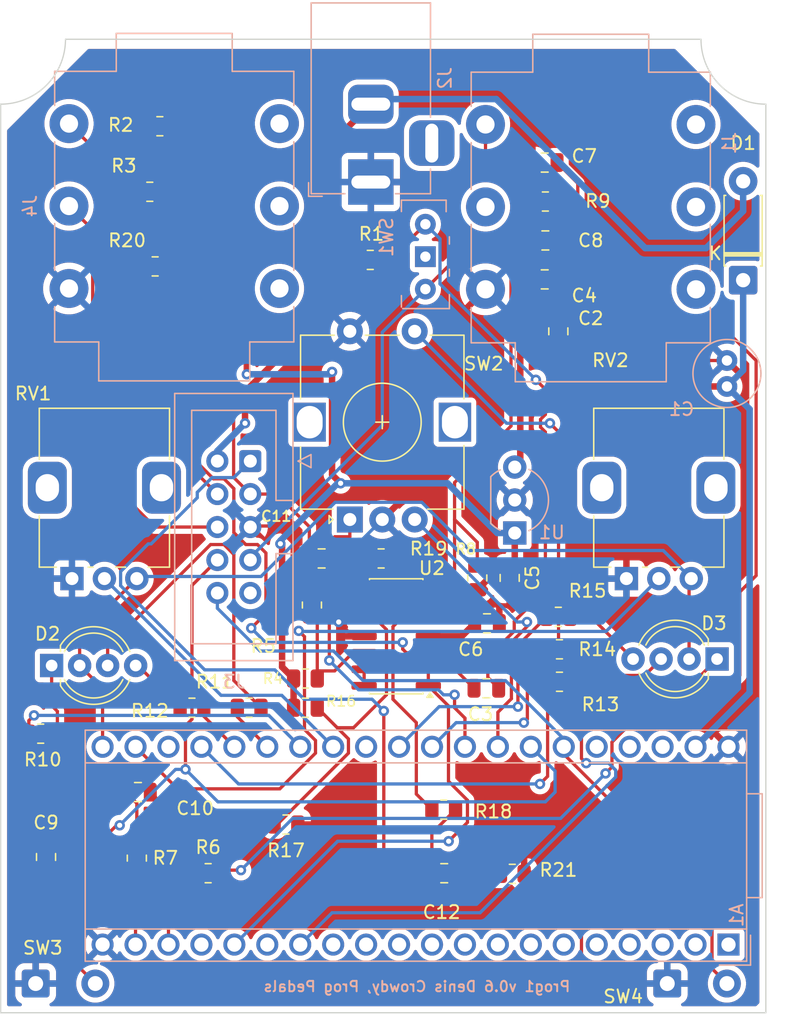
<source format=kicad_pcb>
(kicad_pcb (version 20241229) (generator "pcbnew") (generator_version "9.0")
  (title_block (date "2025-06-09") (rev "0.4"))
  (layers (0 "F.Cu" signal) (2 "B.Cu" signal) (13 "F.Paste" user) (15 "B.Paste" user) (5 "F.SilkS" user "F.Silkscreen") (7 "B.SilkS" user "B.Silkscreen") (1 "F.Mask" user) (3 "B.Mask" user) (25 "Edge.Cuts" user))
  (net 0 "")
  (net 14 "/ENC_CLICK")
  (net 16 "/Left in")
  (net 18 "/Left out")
  (net 19 "/Right out")
  (net 20 "GND")
  (net 21 "/3v3")
  (net 22 "Net-(A1-ADC_0)")
  (net 24 "/LED_2_R")
  (net 25 "/LED_1_B")
  (net 26 "/LED_1_G")
  (net 27 "/LED_1_R")
  (net 28 "Net-(A1-ADC_6)")
  (net 30 "/LED_2_B")
  (net 31 "/LED_2_G")
  (net 32 "/ENC_B")
  (net 33 "/ENC_A")
  (net 34 "/fsw10")
  (net 35 "Net-(SW1-A)")
  (net 39 "/VCC")
  (net 40 "+5V")
  (net 41 "Net-(D3-RK)")
  (net 42 "Net-(D3-GK)")
  (net 43 "Net-(D3-BK)")
  (net 44 "Net-(C10-Pad1)")
  (net 45 "/fsw3")
  (net 46 "/fsw1")
  (net 47 "/fsw2")
  (net 48 "/fsw7")
  (net 49 "/fsw6")
  (net 50 "/fsw4")
  (net 51 "/fsw8")
  (net 52 "/fsw9")
  (net 53 "Net-(U2A-+)")
  (net 54 "Net-(C7-Pad2)")
  (net 55 "Net-(U2B-+)")
  (net 56 "Net-(U2C-+)")
  (net 57 "Net-(C11-Pad1)")
  (net 58 "Net-(C12-Pad1)")
  (net 59 "Net-(U2D-+)")
  (net 60 "Net-(U2B--)")
  (net 61 "Net-(U2C--)")
  (net 62 "Net-(U2D--)")
  (net 63 "Net-(D2-BK)")
  (net 64 "Net-(D2-GK)")
  (net 65 "Net-(D2-RK)")
  (footprint "Diode_THT:D_DO-41_SOD81_P7.62mm_Horizontal" (layer "F.Cu") (at 155.25 53.56 90)
    (property "Reference" "D1")
    (property "Value" "1N5819")
  )
  (footprint "LED_THT:LED_D5.0mm-4_RGB_Wide_Pins" (layer "F.Cu") (at 101.932 83.25)
    (property "Reference" "D2")
    (property "Value" "LED_RAGB")
  )
  (footprint "Resistor_SMD:R_0805_2012Metric" (layer "F.Cu") (at 132.1625 94.35)
    (property "Reference" "R18")
    (property "Value" "100R")
  )
  (footprint "Resistor_SMD:R_0805_2012Metric" (layer "F.Cu") (at 141.0875 82)
    (property "Reference" "R14")
    (property "Value" "1k")
  )
  (footprint "Capacitor_SMD:C_0805_2012Metric" (layer "F.Cu") (at 122.75 75 180)
    (property "Reference" "C11")
    (property "Value" "1u")
  )
  (footprint "Resistor_SMD:R_0805_2012Metric" (layer "F.Cu") (at 109.5 46.75 180)
    (property "Reference" "R3")
    (property "Value" "1M")
  )
  (footprint "Capacitor_SMD:C_0805_2012Metric" (layer "F.Cu") (at 108.5875 93)
    (property "Reference" "C10")
    (property "Value" "1u")
  )
  (footprint "Capacitor_SMD:C_0805_2012Metric" (layer "F.Cu") (at 132.2 99.25)
    (property "Reference" "C12")
    (property "Value" "1u")
  )
  (footprint "Resistor_SMD:R_0805_2012Metric" (layer "F.Cu") (at 137.45 99.3)
    (property "Reference" "R21")
    (property "Value" "100K")
  )
  (footprint "Resistor_SMD:R_0805_2012Metric" (layer "F.Cu") (at 121.5 84.25)
    (property "Reference" "R4")
    (property "Value" "1M")
  )
  (footprint "Resistor_SMD:R_0805_2012Metric" (layer "F.Cu") (at 101.0875 88.5)
    (property "Reference" "R10")
    (property "Value" "1k")
  )
  (footprint "Capacitor_SMD:C_0805_2012Metric" (layer "F.Cu") (at 141 57.5 -90)
    (property "Reference" "C2")
    (property "Value" "100n")
  )
  (footprint "LED_THT:LED_D5.0mm-4_RGB_Wide_Pins" (layer "F.Cu") (at 153.24 82.75 180)
    (property "Reference" "D3")
    (property "Value" "LED_RAGB")
  )
  (footprint "Resistor_SMD:R_0805_2012Metric" (layer "F.Cu") (at 108.5 98.0875 90)
    (property "Reference" "R7")
    (property "Value" "3.3K")
  )
  (footprint "Resistor_SMD:R_0805_2012Metric" (layer "F.Cu") (at 134.75 76.5 90)
    (property "Reference" "R8")
    (property "Value" "1M")
  )
  (footprint "Connector_Wire:SolderWire-0.5sqmm_1x02_P4.6mm_D0.9mm_OD2.1mm" (layer "F.Cu") (at 149.4 107.75)
    (property "Reference" "SW4")
    (property "Value" "SW_Push")
  )
  (footprint "Resistor_SMD:R_0805_2012Metric" (layer "F.Cu") (at 141 79.5)
    (property "Reference" "R15")
    (property "Value" "1k")
  )
  (footprint "Project:Potentiometer_Alps_RK09K_Single_Vertical" (layer "F.Cu") (at 146.25 76.55 90)
    (property "Reference" "RV2")
    (property "Value" "Knob 2")
  )
  (footprint "Resistor_SMD:R_0805_2012Metric" (layer "F.Cu") (at 122 78.5875 90)
    (property "Reference" "R5")
    (property "Value" "1M")
  )
  (footprint "Resistor_SMD:R_0805_2012Metric" (layer "F.Cu") (at 110.275 41.7 180)
    (property "Reference" "R2")
    (property "Value" "1M")
  )
  (footprint "Capacitor_SMD:C_0805_2012Metric" (layer "F.Cu") (at 139.95 44.5)
    (property "Reference" "C7")
    (property "Value" "2.2nF")
  )
  (footprint "Resistor_SMD:R_0805_2012Metric" (layer "F.Cu") (at 140 47.5)
    (property "Reference" "R9")
    (property "Value" "1M")
  )
  (footprint "Project:Potentiometer_Alps_RK09K_Single_Vertical" (layer "F.Cu") (at 103.5 76.55 90)
    (property "Reference" "RV1")
    (property "Value" "Knob 1")
  )
  (footprint "Resistor_SMD:R_0805_2012Metric" (layer "F.Cu") (at 141.0875 84.5)
    (property "Reference" "R13")
    (property "Value" "1k")
  )
  (footprint "Resistor_SMD:R_0805_2012Metric" (layer "F.Cu") (at 117.1625 86.5)
    (property "Reference" "R11")
    (property "Value" "1k")
  )
  (footprint "Capacitor_SMD:C_0805_2012Metric" (layer "F.Cu") (at 135.5 80 180)
    (property "Reference" "C6")
    (property "Value" "100n")
  )
  (footprint "Capacitor_SMD:C_0805_2012Metric" (layer "F.Cu") (at 139.95 53.5 180)
    (property "Reference" "C4")
    (property "Value" "100n")
  )
  (footprint "Project:RotaryEncoder_Alps_EC12E-Switch_Vertical_H20mm" (layer "F.Cu") (at 124.925 72 90)
    (property "Reference" "SW2")
    (property "Value" "RotaryEncoder_Switch")
  )
  (footprint "Capacitor_SMD:C_0805_2012Metric" (layer "F.Cu") (at 101.5 98 90)
    (property "Reference" "C9")
    (property "Value" "2.2nF")
  )
  (footprint "Capacitor_SMD:C_0805_2012Metric" (layer "F.Cu") (at 140 50.5 180)
    (property "Reference" "C8")
    (property "Value" "1u")
  )
  (footprint "Resistor_SMD:R_0805_2012Metric" (layer "F.Cu") (at 126.5 52 180)
    (property "Reference" "R1")
    (property "Value" "1M")
  )
  (footprint "Resistor_SMD:R_0805_2012Metric" (layer "F.Cu") (at 112.75 86.5 180)
    (property "Reference" "R12")
    (property "Value" "1k")
  )
  (footprint "Connector_Wire:SolderWire-0.5sqmm_1x02_P4.6mm_D0.9mm_OD2.1mm" (layer "F.Cu") (at 100.7 107.75)
    (property "Reference" "SW3")
    (property "Value" "SW_Push")
  )
  (footprint "Resistor_SMD:R_0805_2012Metric" (layer "F.Cu") (at 121.5 86.5)
    (property "Reference" "R16")
    (property "Value" "1M")
  )
  (footprint "Resistor_SMD:R_0805_2012Metric" (layer "F.Cu") (at 109.9125 52.5 180)
    (property "Reference" "R20")
    (property "Value" "100K")
  )
  (footprint "Resistor_SMD:R_0805_2012Metric" (layer "F.Cu") (at 127.3375 75 180)
    (property "Reference" "R19")
    (property "Value" "100R")
  )
  (footprint "Resistor_SMD:R_0805_2012Metric" (layer "F.Cu") (at 114 99.25)
    (property "Reference" "R6")
    (property "Value" "3.3K")
  )
  (footprint "Capacitor_SMD:C_0805_2012Metric" (layer "F.Cu") (at 137.25 76.5 90)
    (property "Reference" "C5")
    (property "Value" "100n")
  )
  (footprint "Package_SO:SOIC-14_3.9x8.7mm_P1.27mm" (layer "F.Cu") (at 128.5 81 180)
    (property "Reference" "U2")
    (property "Value" "TL074")
  )
  (footprint "Capacitor_SMD:C_0805_2012Metric" (layer "F.Cu") (at 135.45 85 180)
    (property "Reference" "C3")
    (property "Value" "1u")
  )
  (footprint "Resistor_SMD:R_0805_2012Metric" (layer "F.Cu") (at 120 95.5)
    (property "Reference" "R17")
    (property "Value" "1M")
  )
  (footprint "Project:Jack_6.35mm_Neutrik_NMJ6HCD2_Horizontal" (layer "B.Cu") (at 135.385 41.565 -90)
    (property "Reference" "J1")
    (property "Value" "Guitar in")
  )
  (footprint "Capacitor_THT:C_Radial_D5.0mm_H11.0mm_P2.00mm" (layer "B.Cu") (at 154 61.75 90)
    (property "Reference" "C1")
    (property "Value" "100u")
  )
  (footprint "Project:Jack_6.35mm_Neutrik_NMJ6HCD2_Horizontal" (layer "B.Cu") (at 103.27 41.5 -90)
    (property "Reference" "J4")
    (property "Value" "Guitar out")
  )
  (footprint "Project:Electrosmith_Daisy_Seed" (layer "B.Cu") (at 154.12 104.75 90)
    (property "Reference" "A1")
    (property "Value" "Electrosmith_Daisy_Seed_Rev4")
  )
  (footprint "Connector_IDC:IDC-Header_2x05_P2.54mm_Vertical" (layer "B.Cu") (at 117.25 67.5 180)
    (property "Reference" "J3")
    (property "Value" "Conn_02x05_Odd_Even_MountingPin")
  )
  (footprint "Project:TO-92_Inline_Wide_78L05_dc" (layer "B.Cu") (at 137.64 73.04 90)
    (property "Reference" "U1")
    (property "Value" "L78L05_TO92")
  )
  (footprint "Project:mini_switch_jaycar_SPDT" (layer "B.Cu") (at 132.35 54.25 90)
    (property "Reference" "SW1")
    (property "Value" "SW_Push_SPDT")
  )
  (footprint "Connector_BarrelJack:BarrelJack_Horizontal" (layer "B.Cu") (at 126.5425 46 -90)
    (property "Reference" "J2")
    (property "Value" "Barrel_Jack")
  )
  (gr_line (start 157 40) (end 157 110) (stroke (width 0.1)) (layer "Edge.Cuts"))
  (gr_line (start 103 35) (end 152 35) (stroke (width 0.1)) (layer "Edge.Cuts"))
  (gr_arc (start 157 40) (mid 153.464466 38.535534) (end 152 35) (stroke (width 0.1)) (layer "Edge.Cuts"))
  (gr_arc (start 103 35) (mid 101.535534 38.535534) (end 98 40) (stroke (width 0.1)) (layer "Edge.Cuts"))
  (gr_line (start 98 110) (end 157 110) (stroke (width 0.1)) (layer "Edge.Cuts"))
  (gr_line (start 98 40) (end 98 110) (stroke (width 0.1)) (layer "Edge.Cuts"))
  (gr_text "Prog1 v0.6 Denis Crowdy, Prog Pedals" (at 142 108.45 0) (layer "B.SilkS") (effects (font (size 0.8 0.8)) (justify left bottom mirror)))
  (segment (start 142.7833 90.4062) (end 143.1478 90.7707) (width 0.25) (layer "F.Cu") (net 14))
  (segment (start 141.0152 65.2465) (end 141.0152 86.2708) (width 0.25) (layer "F.Cu") (net 14))
  (segment (start 142.7833 88.0389) (end 142.7833 90.4062) (width 0.25) (layer "F.Cu") (net 14))
  (segment (start 140.3528 64.5841) (end 141.0152 65.2465) (width 0.25) (layer "F.Cu") (net 14))
  (segment (start 141.0152 86.2708) (end 142.7833 88.0389) (width 0.25) (layer "F.Cu") (net 14))
  (via (at 140.3528 64.5841) (size 0.8) (drill 0.4) (layers "F.Cu" "B.Cu") (net 14))
  (via (at 143.1478 90.7707) (size 0.8) (drill 0.4) (layers "F.Cu" "B.Cu") (net 14))
  (segment (start 129.925 57.5) (end 137.0091 64.5841) (width 0.25) (layer "B.Cu") (net 14))
  (segment (start 123.5546 102.2954) (end 121.1 104.75) (width 0.25) (layer "B.Cu") (net 14))
  (segment (start 145.4231 91.316) (end 145.4231 91.8409) (width 0.25) (layer "B.Cu") (net 14))
  (segment (start 144.8778 90.7707) (end 145.4231 91.316) (width 0.25) (layer "B.Cu") (net 14))
  (segment (start 143.1478 90.7707) (end 144.8778 90.7707) (width 0.25) (layer "B.Cu") (net 14))
  (segment (start 134.9686 102.2954) (end 123.5546 102.2954) (width 0.25) (layer "B.Cu") (net 14))
  (segment (start 137.0091 64.5841) (end 140.3528 64.5841) (width 0.25) (layer "B.Cu") (net 14))
  (segment (start 145.4231 91.8409) (end 134.9686 102.2954) (width 0.25) (layer "B.Cu") (net 14))
  (segment (start 132.5446 96.7856) (end 133.9927 95.3375) (width 0.25) (layer "F.Cu") (net 16))
  (segment (start 130.975 83.54) (end 130.975 84.81) (width 0.25) (layer "F.Cu") (net 16))
  (segment (start 132.53 92.1653) (end 132.53 86.365) (width 0.25) (layer "F.Cu") (net 16))
  (segment (start 133.9927 93.628) (end 132.53 92.1653) (width 0.25) (layer "F.Cu") (net 16))
  (segment (start 132.53 86.365) (end 130.975 84.81) (width 0.25) (layer "F.Cu") (net 16))
  (segment (start 133.9927 95.3375) (end 133.9927 93.628) (width 0.25) (layer "F.Cu") (net 16))
  (via (at 132.5446 96.7856) (size 0.8) (drill 0.4) (layers "F.Cu" "B.Cu") (net 16))
  (segment (start 116.02 104.75) (end 123.9844 96.7856) (width 0.25) (layer "B.Cu") (net 16))
  (segment (start 123.9844 96.7856) (end 132.5446 96.7856) (width 0.25) (layer "B.Cu") (net 16))
  (segment (start 110.94 104.75) (end 110.94 101.3975) (width 0.25) (layer "F.Cu") (net 18))
  (segment (start 110.94 101.3975) (end 113.0875 99.25) (width 0.25) (layer "F.Cu") (net 18))
  (segment (start 108.4 104.75) (end 108.4 99.1) (width 0.25) (layer "F.Cu") (net 19))
  (segment (start 108.4 99.1) (end 108.5 99) (width 0.25) (layer "F.Cu") (net 19))
  (segment (start 117.25 72.58) (end 117.25 72.5) (width 0.25) (layer "F.Cu") (net 20))
  (segment (start 119.22782 72.5) (end 120.974 74.24618) (width 0.25) (layer "F.Cu") (net 20))
  (segment (start 117.25 72.5) (end 119.22782 72.5) (width 0.25) (layer "F.Cu") (net 20))
  (segment (start 147.15 59.75) (end 154 59.75) (width 0.25) (layer "F.Cu") (net 20))
  (segment (start 120.974 74.24618) (end 120.974 76.649) (width 0.25) (layer "F.Cu") (net 20))
  (segment (start 144.5 107.75) (end 149.4 107.75) (width 0.25) (layer "F.Cu") (net 20))
  (segment (start 120.974 76.649) (end 122 77.675) (width 0.25) (layer "F.Cu") (net 20))
  (segment (start 124.0654 79.8958) (end 125.1696 81) (width 0.25) (layer "F.Cu") (net 20))
  (segment (start 125.1696 81) (end 126.025 81) (width 0.25) (layer "F.Cu") (net 20))
  (segment (start 140.9 53.5) (end 147.15 59.75) (width 0.25) (layer "F.Cu") (net 20))
  (segment (start 138.3625 99.3) (end 142.784 103.7215) (width 0.25) (layer "F.Cu") (net 20))
  (segment (start 142.784 106.034) (end 144.5 107.75) (width 0.25) (layer "F.Cu") (net 20))
  (segment (start 142.784 103.7215) (end 142.784 106.034) (width 0.25) (layer "F.Cu") (net 20))
  (via (at 124.0654 79.8958) (size 0.8) (drill 0.4) (layers "F.Cu" "B.Cu") (net 20))
  (segment (start 124.0654 75.3596) (end 124.0654 79.8958) (width 0.25) (layer "B.Cu") (net 20))
  (segment (start 127.425 72) (end 124.0654 75.3596) (width 0.25) (layer "B.Cu") (net 20))
  (segment (start 151.081 76.719) (end 151.25 76.55) (width 0.25) (layer "F.Cu") (net 21))
  (segment (start 105.86 85.019) (end 104.091 83.25) (width 0.25) (layer "F.Cu") (net 21))
  (segment (start 104.091 80.959) (end 104.091 83.25) (width 0.25) (layer "F.Cu") (net 21))
  (segment (start 151.081 82.75) (end 151.081 76.719) (width 0.25) (layer "F.Cu") (net 21))
  (segment (start 108.5 76.55) (end 104.091 80.959) (width 0.25) (layer "F.Cu") (net 21))
  (segment (start 105.86 89.51) (end 105.86 85.019) (width 0.25) (layer "F.Cu") (net 21))
  (segment (start 108.66 76.39) (end 108.5 76.55) (width 0.25) (layer "B.Cu") (net 21))
  (segment (start 151.25 76.55) (end 149.0869 74.3869) (width 0.25) (layer "B.Cu") (net 21))
  (segment (start 123.7896 70.6733) (end 118.0729 76.39) (width 0.25) (layer "B.Cu") (net 21))
  (segment (start 130.4747 70.6733) (end 123.7896 70.6733) (width 0.25) (layer "B.Cu") (net 21))
  (segment (start 149.0869 74.3869) (end 134.1883 74.3869) (width 0.25) (layer "B.Cu") (net 21))
  (segment (start 134.1883 74.3869) (end 130.4747 70.6733) (width 0.25) (layer "B.Cu") (net 21))
  (segment (start 118.0729 76.39) (end 108.66 76.39) (width 0.25) (layer "B.Cu") (net 21))
  (segment (start 121.4277 88.1736) (end 121.4277 81.021) (width 0.25) (layer "F.Cu") (net 22))
  (segment (start 121.4278 88.1736) (end 121.4277 88.1736) (width 0.25) (layer "F.Cu") (net 22))
  (segment (start 122.2767 89.9975) (end 122.2767 89.0225) (width 0.25) (layer "F.Cu") (net 22))
  (segment (start 108.4 89.51) (end 111.64 92.75) (width 0.25) (layer "F.Cu") (net 22))
  (segment (start 119.5242 92.75) (end 122.2767 89.9975) (width 0.25) (layer "F.Cu") (net 22))
  (segment (start 121.4277 81.021) (end 120.9843 80.5776) (width 0.25) (layer "F.Cu") (net 22))
  (segment (start 111.64 92.75) (end 119.5242 92.75) (width 0.25) (layer "F.Cu") (net 22))
  (segment (start 122.2767 89.0225) (end 121.4278 88.1736) (width 0.25) (layer "F.Cu") (net 22))
  (via (at 120.9843 80.5776) (size 0.8) (drill 0.4) (layers "F.Cu" "B.Cu") (net 22))
  (segment (start 121.0275 80.6208) (end 144.6792 80.6208) (width 0.25) (layer "B.Cu") (net 22))
  (segment (start 144.6792 80.6208) (end 148.75 76.55) (width 0.25) (layer "B.Cu") (net 22))
  (segment (start 120.9843 80.5776) (end 121.0275 80.6208) (width 0.25) (layer "B.Cu") (net 22))
  (segment (start 139.5843 92.3728) (end 140.175 91.7821) (width 0.25) (layer "F.Cu") (net 24))
  (segment (start 140.175 91.7821) (end 140.175 84.5) (width 0.25) (layer "F.Cu") (net 24))
  (via (at 139.5843 92.3728) (size 0.8) (drill 0.4) (layers "F.Cu" "B.Cu") (net 24))
  (segment (start 113.48 89.51) (end 116.3428 92.3728) (width 0.25) (layer "B.Cu") (net 24))
  (segment (start 116.3428 92.3728) (end 139.5843 92.3728) (width 0.25) (layer "B.Cu") (net 24))
  (segment (start 116.02 89.51) (end 113.6625 87.1525) (width 0.25) (layer "F.Cu") (net 25))
  (segment (start 113.6625 87.1525) (end 113.6625 86.5) (width 0.25) (layer "F.Cu") (net 25))
  (segment (start 116.25 87.2) (end 118.56 89.51) (width 0.25) (layer "F.Cu") (net 26))
  (segment (start 116.25 86.5) (end 116.25 87.2) (width 0.25) (layer "F.Cu") (net 26))
  (segment (start 100.574 87.0921) (end 100.175 87.4911) (width 0.25) (layer "F.Cu") (net 27))
  (segment (start 100.175 87.4911) (end 100.175 88.5) (width 0.25) (layer "F.Cu") (net 27))
  (via (at 100.574 87.0921) (size 0.8) (drill 0.4) (layers "F.Cu" "B.Cu") (net 27))
  (segment (start 100.574 87.0921) (end 118.6821 87.0921) (width 0.25) (layer "B.Cu") (net 27))
  (segment (start 118.6821 87.0921) (end 121.1 89.51) (width 0.25) (layer "B.Cu") (net 27))
  (segment (start 114.9945 85.5445) (end 119.6745 85.5445) (width 0.25) (layer "B.Cu") (net 28))
  (segment (start 106 76.55) (end 114.9945 85.5445) (width 0.25) (layer "B.Cu") (net 28))
  (segment (start 119.6745 85.5445) (end 123.64 89.51) (width 0.25) (layer "B.Cu") (net 28))
  (segment (start 140.087499 79.5) (end 140.0875 79.5) (width 0.25) (layer "F.Cu") (net 30))
  (segment (start 137.8845 86.4173) (end 137.8845 81.702999) (width 0.25) (layer "F.Cu") (net 30))
  (segment (start 137.8845 81.702999) (end 140.087499 79.5) (width 0.25) (layer "F.Cu") (net 30))
  (via (at 137.8845 86.4173) (size 0.8) (drill 0.4) (layers "F.Cu" "B.Cu") (net 30))
  (segment (start 131.8127 86.4173) (end 128.72 89.51) (width 0.25) (layer "B.Cu") (net 30))
  (segment (start 137.8845 86.4173) (end 131.8127 86.4173) (width 0.25) (layer "B.Cu") (net 30))
  (segment (start 138.3403 87.6496) (end 138.6112 87.3787) (width 0.25) (layer "F.Cu") (net 31))
  (segment (start 138.6112 83.5638) (end 140.175 82) (width 0.25) (layer "F.Cu") (net 31))
  (segment (start 138.6112 87.3787) (end 138.6112 83.5638) (width 0.25) (layer "F.Cu") (net 31))
  (via (at 138.3403 87.6496) (size 0.8) (drill 0.4) (layers "F.Cu" "B.Cu") (net 31))
  (segment (start 131.26 89.51) (end 133.1204 87.6496) (width 0.25) (layer "B.Cu") (net 31))
  (segment (start 133.1204 87.6496) (end 138.3403 87.6496) (width 0.25) (layer "B.Cu") (net 31))
  (segment (start 137.3823 85.8068) (end 136.34 86.8491) (width 0.25) (layer "F.Cu") (net 32))
  (segment (start 136.34 86.8491) (end 136.34 89.51) (width 0.25) (layer "F.Cu") (net 32))
  (segment (start 137.3823 81.4504) (end 137.3823 85.8068) (width 0.25) (layer "F.Cu") (net 32))
  (segment (start 138.5834 80.2493) (end 137.3823 81.4504) (width 0.25) (layer "F.Cu") (net 32))
  (segment (start 138.5834 79.8941) (end 138.5834 80.2493) (width 0.25) (layer "F.Cu") (net 32))
  (via (at 138.5834 79.8941) (size 0.8) (drill 0.4) (layers "F.Cu" "B.Cu") (net 32))
  (segment (start 129.925 72) (end 137.8191 79.8941) (width 0.25) (layer "B.Cu") (net 32))
  (segment (start 137.8191 79.8941) (end 138.5834 79.8941) (width 0.25) (layer "B.Cu") (net 32))
  (segment (start 133.8 87.3) (end 133.8 89.51) (width 0.25) (layer "F.Cu") (net 33))
  (segment (start 123.7641 73.3267) (end 122.824 74.2668) (width 0.25) (layer "F.Cu") (net 33))
  (segment (start 123.3404 77.2993) (end 123.3404 82.8583) (width 0.25) (layer "F.Cu") (net 33))
  (segment (start 133 86.5) (end 133 85.5) (width 0.25) (layer "F.Cu") (net 33))
  (segment (start 122.824 74.2668) (end 122.824 76.7829) (width 0.25) (layer "F.Cu") (net 33))
  (segment (start 122.824 76.7829) (end 123.3404 77.2993) (width 0.25) (layer "F.Cu") (net 33))
  (segment (start 133 86.5) (end 133.8 87.3) (width 0.25) (layer "F.Cu") (net 33))
  (segment (start 124.925 73.3267) (end 123.7641 73.3267) (width 0.25) (layer "F.Cu") (net 33))
  (segment (start 124.925 72) (end 124.925 73.3267) (width 0.25) (layer "F.Cu") (net 33))
  (via (at 123.3404 82.8583) (size 0.8) (drill 0.4) (layers "F.Cu" "B.Cu") (net 33))
  (via (at 133 85.5) (size 0.8) (drill 0.4) (layers "F.Cu" "B.Cu") (net 33))
  (segment (start 132.1471 85.5069) (end 131.7602 85.12) (width 0.25) (layer "B.Cu") (net 33))
  (segment (start 125.6021 85.12) (end 123.3404 82.8583) (width 0.25) (layer "B.Cu") (net 33))
  (segment (start 132.1471 85.5069) (end 132.9931 85.5069) (width 0.25) (layer "B.Cu") (net 33))
  (segment (start 132.9931 85.5069) (end 133 85.5) (width 0.25) (layer "B.Cu") (net 33))
  (segment (start 131.7602 85.12) (end 125.6021 85.12) (width 0.25) (layer "B.Cu") (net 33))
  (segment (start 141.42 89.51) (end 141.42 90.0705) (width 0.25) (layer "F.Cu") (net 34))
  (segment (start 152.8501 101.5006) (end 152.8501 106.6001) (width 0.25) (layer "F.Cu") (net 34))
  (segment (start 141.42 90.0705) (end 152.8501 101.5006) (width 0.25) (layer "F.Cu") (net 34))
  (segment (start 152.8501 106.6001) (end 154 107.75) (width 0.25) (layer "F.Cu") (net 34))
  (segment (start 125.946 84.4105) (end 123.6671 82.1316) (width 0.25) (layer "B.Cu") (net 34))
  (segment (start 136.925 84.4105) (end 125.946 84.4105) (width 0.25) (layer "B.Cu") (net 34))
  (segment (start 123.6671 82.1316) (end 118.0067 82.1316) (width 0.25) (layer "B.Cu") (net 34))
  (segment (start 141.42 88.9055) (end 136.925 84.4105) (width 0.25) (layer "B.Cu") (net 34))
  (segment (start 114.71 78.8349) (end 114.71 77.66) (width 0.25) (layer "B.Cu") (net 34))
  (segment (start 118.0067 82.1316) (end 114.71 78.8349) (width 0.25) (layer "B.Cu") (net 34))
  (segment (start 141.42 89.51) (end 141.42 88.9055) (width 0.25) (layer "B.Cu") (net 34))
  (segment (start 135.5658 81.8348) (end 135.5658 84.1658) (width 0.25) (layer "F.Cu") (net 35))
  (segment (start 139.6268 64.28338) (end 139.6268 64.88482) (width 0.25) (layer "F.Cu") (net 35))
  (segment (start 139.2669 61.2381) (end 140 61.9712) (width 0.25) (layer "F.Cu") (net 35))
  (segment (start 140 63.91018) (end 139.6268 64.28338) (width 0.25) (layer "F.Cu") (net 35))
  (segment (start 139.6268 64.88482) (end 140 65.25802) (width 0.25) (layer "F.Cu") (net 35))
  (segment (start 128 52) (end 130.75 49.25) (width 0.25) (layer "F.Cu") (net 35))
  (segment (start 136.9313 81.3187) (end 136.8762 81.3738) (width 0.25) (layer "F.Cu") (net 35))
  (segment (start 140 61.9712) (end 140 63.91018) (width 0.25) (layer "F.Cu") (net 35))
  (segment (start 136.8762 81.3738) (end 136.0268 81.3738) (width 0.25) (layer "F.Cu") (net 35))
  (segment (start 136.0268 81.3738) (end 135.5658 81.8348) (width 0.25) (layer "F.Cu") (net 35))
  (segment (start 127.4125 52) (end 128 52) (width 0.25) (layer "F.Cu") (net 35))
  (segment (start 136.9313 81.26359) (end 136.9313 81.3187) (width 0.25) (layer "F.Cu") (net 35))
  (segment (start 137.59995 80.59494) (end 136.9313 81.26359) (width 0.25) (layer "F.Cu") (net 35))
  (segment (start 130.075 49.25) (end 130.75 49.25) (width 0.25) (layer "F.Cu") (net 35))
  (segment (start 140 65.25802) (end 140 77.4499) (width 0.25) (layer "F.Cu") (net 35))
  (segment (start 135.5658 84.1658) (end 136.4 85) (width 0.25) (layer "F.Cu") (net 35))
  (segment (start 140 77.4499) (end 137.59995 79.84995) (width 0.25) (layer "F.Cu") (net 35))
  (segment (start 137.59995 79.84995) (end 137.59995 80.59494) (width 0.25) (layer "F.Cu") (net 35))
  (via (at 139.2669 61.2381) (size 0.8) (drill 0.4) (layers "F.Cu" "B.Cu") (net 35))
  (segment (start 130.75 49.25) (end 131.8767 50.3767) (width 0.25) (layer "B.Cu") (net 35))
  (segment (start 131.8767 53.8479) (end 139.2669 61.2381) (width 0.25) (layer "B.Cu") (net 35))
  (segment (start 131.8767 50.3767) (end 131.8767 53.8479) (width 0.25) (layer "B.Cu") (net 35))
  (segment (start 144.25 61.75) (end 154 61.75) (width 0.5) (layer "F.Cu") (net 39))
  (segment (start 138.065 67.535) (end 138.065 58.95) (width 0.5) (layer "F.Cu") (net 39))
  (segment (start 137.64 67.96) (end 138.065 67.535) (width 0.5) (layer "F.Cu") (net 39))
  (segment (start 138.065 54.435) (end 139 53.5) (width 0.5) (layer "F.Cu") (net 39))
  (segment (start 139.015 58.45) (end 138.065 57.5) (width 0.5) (layer "F.Cu") (net 39))
  (segment (start 138.065 58.95) (end 138.065 57.5) (width 0.5) (layer "F.Cu") (net 39))
  (segment (start 141 58.45) (end 141 58.5) (width 0.5) (layer "F.Cu") (net 39))
  (segment (start 138.065 57.5) (end 138.065 54.435) (width 0.5) (layer "F.Cu") (net 39))
  (segment (start 141 58.45) (end 139.015 58.45) (width 0.5) (layer "F.Cu") (net 39))
  (segment (start 141 58.5) (end 144.25 61.75) (width 0.5) (layer "F.Cu") (net 39))
  (segment (start 155.75 63.5) (end 155.75 85.34) (width 0.5) (layer "B.Cu") (net 39))
  (segment (start 155.25 60.5) (end 154 61.75) (width 0.5) (layer "B.Cu") (net 39))
  (segment (start 154 61.75) (end 155.75 63.5) (width 0.5) (layer "B.Cu") (net 39))
  (segment (start 155.25 53.56) (end 155.25 60.5) (width 0.5) (layer "B.Cu") (net 39))
  (segment (start 155.75 85.34) (end 151.58 89.51) (width 0.5) (layer "B.Cu") (net 39))
  (segment (start 137.64 73.04) (end 137.71 73.04) (width 0.5) (layer "F.Cu") (net 40))
  (segment (start 120.5875 84.25) (end 120.5875 86.5) (width 0.5) (layer "F.Cu") (net 40))
  (segment (start 134.5 77.5) (end 134.55 77.55) (width 0.5) (layer "F.Cu") (net 40))
  (segment (start 133.55 81) (end 130.975 81) (width 0.5) (layer "F.Cu") (net 40))
  (segment (start 134.55 77.55) (end 134.55 80) (width 0.5) (layer "F.Cu") (net 40))
  (segment (start 119.7011 74) (end 119.7011 83.3636) (width 0.5) (layer "F.Cu") (net 40))
  (segment (start 134.75 77.4125) (end 134.5875 77.4125) (width 0.5) (layer "F.Cu") (net 40))
  (segment (start 137.64 75.16) (end 137.25 75.55) (width 0.5) (layer "F.Cu") (net 40))
  (segment (start 111.1875 41.7) (end 116.9829 47.4954) (width 0.5) (layer "F.Cu") (net 40))
  (segment (start 116.9829 47.4954) (end 116.9829 60.8114) (width 0.5) (layer "F.Cu") (net 40))
  (segment (start 134.55 80) (end 133.55 81) (width 0.5) (layer "F.Cu") (net 40))
  (segment (start 137.25 75.55) (end 136.6125 75.55) (width 0.5) (layer "F.Cu") (net 40))
  (segment (start 123.5536 68.5477) (end 124.214 69.2081) (width 0.5) (layer "F.Cu") (net 40))
  (segment (start 137.71 73.04) (end 137.75 73) (width 0.5) (layer "F.Cu") (net 40))
  (segment (start 137.64 73.04) (end 137.64 75.16) (width 0.5) (layer "F.Cu") (net 40))
  (segment (start 134.5875 77.4125) (end 134.5 77.5) (width 0.5) (layer "F.Cu") (net 40))
  (segment (start 123.5536 60.6262) (end 123.5536 68.5477) (width 0.5) (layer "F.Cu") (net 40))
  (segment (start 119.7011 83.3636) (end 120.5875 84.25) (width 0.5) (layer "F.Cu") (net 40))
  (segment (start 135.3375 77.4125) (end 134.75 77.4125) (width 0.5) (layer "F.Cu") (net 40))
  (segment (start 119.569347 73.868247) (end 119.7011 74) (width 0.5) (layer "F.Cu") (net 40))
  (segment (start 136.6125 75.55) (end 134.75 77.4125) (width 0.5) (layer "F.Cu") (net 40))
  (via (at 124.214 69.2081) (size 0.8) (drill 0.4) (layers "F.Cu" "B.Cu") (net 40))
  (via (at 123.5536 60.6262) (size 0.8) (drill 0.4) (layers "F.Cu" "B.Cu") (net 40))
  (via (at 116.9829 60.8114) (size 0.8) (drill 0.4) (layers "F.Cu" "B.Cu") (net 40))
  (via (at 119.569347 73.868247) (size 0.8) (drill 0.4) (layers "F.Cu" "B.Cu") (net 40))
  (segment (start 123.991 69.2081) (end 124.214 69.2081) (width 0.5) (layer "B.Cu") (net 40))
  (segment (start 119.569347 73.629753) (end 123.991 69.2081) (width 0.5) (layer "B.Cu") (net 40))
  (segment (start 124.214 69.2081) (end 132.4564 69.2081) (width 0.5) (layer "B.Cu") (net 40))
  (segment (start 123.3684 60.8114) (end 123.5536 60.6262) (width 0.5) (layer "B.Cu") (net 40))
  (segment (start 132.4564 69.2081) (end 136.2883 73.04) (width 0.5) (layer "B.Cu") (net 40))
  (segment (start 116.9829 60.8114) (end 123.3684 60.8114) (width 0.5) (layer "B.Cu") (net 40))
  (segment (start 137.64 73.04) (end 136.2883 73.04) (width 0.5) (layer "B.Cu") (net 40))
  (segment (start 119.569347 73.868247) (end 119.569347 73.629753) (width 0.5) (layer "B.Cu") (net 40))
  (segment (start 142 84.5) (end 142.37 84.87) (width 0.25) (layer "F.Cu") (net 41))
  (segment (start 151.12 84.87) (end 153.24 82.75) (width 0.25) (layer "F.Cu") (net 41))
  (segment (start 142.5 85) (end 142 84.5) (width 0.25) (layer "F.Cu") (net 41))
  (segment (start 142.37 84.87) (end 151.12 84.87) (width 0.25) (layer "F.Cu") (net 41))
  (segment (start 142 82) (end 144.0125 84.0125) (width 0.25) (layer "F.Cu") (net 42))
  (segment (start 144.0125 84.0125) (end 147.6595 84.0125) (width 0.25) (layer "F.Cu") (net 42))
  (segment (start 147.6595 84.0125) (end 148.922 82.75) (width 0.25) (layer "F.Cu") (net 42))
  (segment (start 143.513 79.5) (end 146.763 82.75) (width 0.25) (layer "F.Cu") (net 43))
  (segment (start 141.9125 79.5) (end 143.513 79.5) (width 0.25) (layer "F.Cu") (net 43))
  (segment (start 107.6375 93) (end 108.5 93.8625) (width 0.25) (layer "F.Cu") (net 44))
  (segment (start 103.5875 97.05) (end 107.6375 93) (width 0.25) (layer "F.Cu") (net 44))
  (segment (start 101.5 97.05) (end 103.5875 97.05) (width 0.25) (layer "F.Cu") (net 44))
  (segment (start 108.5 93.8625) (end 108.5 97.175) (width 0.25) (layer "F.Cu") (net 44))
  (segment (start 115.9656 68.7556) (end 115.9656 57.6406) (width 0.25) (layer "F.Cu") (net 45))
  (segment (start 117.25 70.04) (end 115.9656 68.7556) (width 0.25) (layer "F.Cu") (net 45))
  (segment (start 121.8 72.55) (end 119.29 70.04) (width 0.25) (layer "F.Cu") (net 45))
  (segment (start 119.29 70.04) (end 117.25 70.04) (width 0.25) (layer "F.Cu") (net 45))
  (segment (start 121.8 75) (end 121.8 72.55) (width 0.25) (layer "F.Cu") (net 45))
  (segment (start 115.9656 57.6406) (end 110.825 52.5) (width 0.25) (layer "F.Cu") (net 45))
  (segment (start 130.5 100.75) (end 131.65 100.75) (width 0.25) (layer "F.Cu") (net 46))
  (segment (start 136.5375 99.3) (end 136.4875 99.25) (width 0.25) (layer "F.Cu") (net 46))
  (segment (start 136.4875 99.25) (end 133.15 99.25) (width 0.25) (layer "F.Cu") (net 46))
  (segment (start 127.5433 97.7933) (end 130.5 100.75) (width 0.25) (layer "F.Cu") (net 46))
  (segment (start 127.5433 86.75) (end 127.5433 97.7933) (width 0.25) (layer "F.Cu") (net 46))
  (segment (start 131.65 100.75) (end 133.15 99.25) (width 0.25) (layer "F.Cu") (net 46))
  (via (at 127.5433 86.75) (size 0.8) (drill 0.4) (layers "F.Cu" "B.Cu") (net 46))
  (segment (start 121.4036 85.8467) (end 119.1404 83.5835) (width 0.25) (layer "B.Cu") (net 46))
  (segment (start 126.64 85.8467) (end 121.4036 85.8467) (width 0.25) (layer "B.Cu") (net 46))
  (segment (start 113.1597 69.9053) (end 114.295 68.77) (width 0.25) (layer "B.Cu") (net 46))
  (segment (start 107.25 76.0042) (end 109.3769 73.8773) (width 0.25) (layer "B.Cu") (net 46))
  (segment (start 107.25 77.0979) (end 107.25 76.0042) (width 0.25) (layer "B.Cu") (net 46))
  (segment (start 127.5433 86.75) (end 126.64 85.8467) (width 0.25) (layer "B.Cu") (net 46))
  (segment (start 119.1404 83.5835) (end 113.7356 83.5835) (width 0.25) (layer "B.Cu") (net 46))
  (segment (start 115.98 68.77) (end 117.25 67.5) (width 0.25) (layer "B.Cu") (net 46))
  (segment (start 113.1597 70.3225) (end 113.1597 69.9053) (width 0.25) (layer "B.Cu") (net 46))
  (segment (start 109.6049 73.8773) (end 113.1597 70.3225) (width 0.25) (layer "B.Cu") (net 46))
  (segment (start 113.7356 83.5835) (end 107.25 77.0979) (width 0.25) (layer "B.Cu") (net 46))
  (segment (start 109.3769 73.8773) (end 109.6049 73.8773) (width 0.25) (layer "B.Cu") (net 46))
  (segment (start 114.295 68.77) (end 115.98 68.77) (width 0.25) (layer "B.Cu") (net 46))
  (segment (start 123.4748 55.524) (end 123.4748 43.0677) (width 0.5) (layer "F.Cu") (net 47))
  (segment (start 116.8426 62.1562) (end 123.4748 55.524) (width 0.5) (layer "F.Cu") (net 47))
  (segment (start 123.4748 43.0677) (end 126.5425 40) (width 0.5) (layer "F.Cu") (net 47))
  (segment (start 116.8426 64.5841) (end 116.8426 62.1562) (width 0.5) (layer "F.Cu") (net 47))
  (via (at 116.8426 64.5841) (size 0.8) (drill 0.4) (layers "F.Cu" "B.Cu") (net 47))
  (segment (start 116.8426 64.5841) (end 114.71 66.7167) (width 0.5) (layer "B.Cu") (net 47))
  (segment (start 152.4 51.09) (end 155.25 48.24) (width 0.5) (layer "B.Cu") (net 47))
  (segment (start 126.5425 40) (end 126.9336 39.6089) (width 0.5) (layer "B.Cu") (net 47))
  (segment (start 126.9336 39.6089) (end 136.2142 39.6089) (width 0.5) (layer "B.Cu") (net 47))
  (segment (start 155.25 48.24) (end 155.25 45.94) (width 0.5) (layer "B.Cu") (net 47))
  (segment (start 136.2142 39.6089) (end 147.6953 51.09) (width 0.5) (layer "B.Cu") (net 47))
  (segment (start 114.71 66.7167) (end 114.71 67.5) (width 0.5) (layer "B.Cu") (net 47))
  (segment (start 147.6953 51.09) (end 152.4 51.09) (width 0.5) (layer "B.Cu") (net 47))
  (segment (start 135.385 44.0258) (end 135.385 41.565) (width 0.25) (layer "F.Cu") (net 48))
  (segment (start 133.321 51.679) (end 133.321 46.0898) (width 0.25) (layer "F.Cu") (net 48))
  (segment (start 130.75 54.25) (end 133.321 51.679) (width 0.25) (layer "F.Cu") (net 48))
  (segment (start 133.321 46.0898) (end 135.385 44.0258) (width 0.25) (layer "F.Cu") (net 48))
  (segment (start 130.75 54.25) (end 127.4251 57.5749) (width 0.25) (layer "B.Cu") (net 48))
  (segment (start 127.4251 57.5749) (end 127.4251 64.7464) (width 0.25) (layer "B.Cu") (net 48))
  (segment (start 117.25 74.9215) (end 117.25 75.12) (width 0.25) (layer "B.Cu") (net 48))
  (segment (start 127.4251 64.7464) (end 117.25 74.9215) (width 0.25) (layer "B.Cu") (net 48))
  (segment (start 103.27 47.85) (end 105.0967 49.6767) (width 0.25) (layer "F.Cu") (net 49))
  (segment (start 109.8927 72.58) (end 114.71 72.58) (width 0.25) (layer "F.Cu") (net 49))
  (segment (start 105.0967 49.6767) (end 105.0967 67.784) (width 0.25) (layer "F.Cu") (net 49))
  (segment (start 105.0967 67.784) (end 109.8927 72.58) (width 0.25) (layer "F.Cu") (net 49))
  (segment (start 106.25 61.58) (end 114.71 70.04) (width 0.25) (layer "F.Cu") (net 50))
  (segment (start 103.27 41.5) (end 106.25 44.48) (width 0.25) (layer "F.Cu") (net 50))
  (segment (start 106.25 44.48) (end 106.25 61.58) (width 0.25) (layer "F.Cu") (net 50))
  (segment (start 112.7515 77.0785) (end 114.71 75.12) (width 0.25) (layer "F.Cu") (net 51))
  (segment (start 103.5 99) (end 103.5 105.95) (width 0.25) (layer "F.Cu") (net 51))
  (segment (start 107.1783 95.559) (end 107.059 95.559) (width 0.25) (layer "F.Cu") (net 51))
  (segment (start 107.059 95.559) (end 107 95.5) (width 0.25) (layer "F.Cu") (net 51))
  (segment (start 112.7515 87.389) (end 112.7515 77.0785) (width 0.25) (layer "F.Cu") (net 51))
  (segment (start 112.25 87.8905) (end 112.7515 87.389) (width 0.25) (layer "F.Cu") (net 51))
  (segment (start 112.25 91.25) (end 112.25 87.8905) (width 0.25) (layer "F.Cu") (net 51))
  (segment (start 103.5 105.95) (end 105.3 107.75) (width 0.25) (layer "F.Cu") (net 51))
  (segment (start 107 95.5) (end 103.5 99) (width 0.25) (layer "F.Cu") (net 51))
  (via (at 112.25 91.25) (size 0.8) (drill 0.4) (layers "F.Cu" "B.Cu") (net 51))
  (via (at 107.1783 95.559) (size 0.8) (drill 0.4) (layers "F.Cu" "B.Cu") (net 51))
  (segment (start 112.25 91.25) (end 111.4873 91.25) (width 0.25) (layer "B.Cu") (net 51))
  (segment (start 140.75 91.38) (end 140.75 93) (width 0.25) (layer "B.Cu") (net 51))
  (segment (start 140 93.75) (end 114.75 93.75) (width 0.25) (layer "B.Cu") (net 51))
  (segment (start 114.75 93.75) (end 112.25 91.25) (width 0.25) (layer "B.Cu") (net 51))
  (segment (start 111.4873 91.25) (end 107.1783 95.559) (width 0.25) (layer "B.Cu") (net 51))
  (segment (start 138.88 89.51) (end 140.75 91.38) (width 0.25) (layer "B.Cu") (net 51))
  (segment (start 140.75 93) (end 140 93.75) (width 0.25) (layer "B.Cu") (net 51))
  (segment (start 129 81.987) (end 129.283 82.27) (width 0.25) (layer "F.Cu") (net 53))
  (segment (start 116.9023 73.9293) (end 117.8042 73.9293) (width 0.25) (layer "F.Cu") (net 53))
  (segment (start 110.4125 49.2103) (end 109.9125 49.7103) (width 0.25) (layer "F.Cu") (net 53))
  (segment (start 115.9801 73.0071) (end 116.9023 73.9293) (width 0.25) (layer "F.Cu") (net 53))
  (segment (start 110.4125 43.4125) (end 110.4125 46.75) (width 0.25) (layer "F.Cu") (net 53))
  (segment (start 114.4071 68.8633) (end 115.2218 68.8633) (width 0.25) (layer "F.Cu") (net 53))
  (segment (start 131.455 82.75) (end 130.975 82.27) (width 0.25) (layer "F.Cu") (net 53))
  (segment (start 129 81.466) (end 129 81.987) (width 0.25) (layer "F.Cu") (net 53))
  (segment (start 115.2218 68.8633) (end 115.9801 69.6216) (width 0.25) (layer "F.Cu") (net 53))
  (segment (start 117.8042 73.9293) (end 118.4549 74.58) (width 0.25) (layer "F.Cu") (net 53))
  (segment (start 109.3625 41.7) (end 109.3625 42.3625) (width 0.25) (layer "F.Cu") (net 53))
  (segment (start 118.4549 79.2376) (end 117.3226 80.3699) (width 0.25) (layer "F.Cu") (net 53))
  (segment (start 110 46.3375) (end 110.4125 46.75) (width 0.25) (layer "F.Cu") (net 53))
  (segment (start 109.9125 49.7103) (end 109.9125 64.3687) (width 0.25) (layer "F.Cu") (net 53))
  (segment (start 129.283 82.27) (end 130.975 82.27) (width 0.25) (layer "F.Cu") (net 53))
  (segment (start 109.9125 64.3687) (end 114.4071 68.8633) (width 0.25) (layer "F.Cu") (net 53))
  (segment (start 132.25 82.75) (end 131.455 82.75) (width 0.25) (layer "F.Cu") (net 53))
  (segment (start 118.4549 74.58) (end 118.4549 79.2376) (width 0.25) (layer "F.Cu") (net 53))
  (segment (start 115.9801 69.6216) (end 115.9801 73.0071) (width 0.25) (layer "F.Cu") (net 53))
  (segment (start 109.3625 42.3625) (end 110.4125 43.4125) (width 0.25) (layer "F.Cu") (net 53))
  (segment (start 110.4125 46.75) (end 110.4125 49.2103) (width 0.25) (layer "F.Cu") (net 53))
  (segment (start 134.5 85) (end 132.25 82.75) (width 0.25) (layer "F.Cu") (net 53))
  (via (at 129 81.466) (size 0.8) (drill 0.4) (layers "F.Cu" "B.Cu") (net 53))
  (via (at 117.3226 80.3699) (size 0.8) (drill 0.4) (layers "F.Cu" "B.Cu") (net 53))
  (segment (start 118.4187 81.466) (end 117.3226 80.3699) (width 0.25) (layer "B.Cu") (net 53))
  (segment (start 129 81.466) (end 118.4187 81.466) (width 0.25) (layer "B.Cu") (net 53))
  (segment (start 140.9 44.5) (end 142.5 46.1) (width 0.25) (layer "F.Cu") (net 54))
  (segment (start 115.1475 99.015) (end 114.9125 99.25) (width 0.25) (layer "F.Cu") (net 54))
  (segment (start 153.25 85.75) (end 148.5366 85.75) (width 0.25) (layer "F.Cu") (net 54))
  (segment (start 156.25 59.75) (end 156.25 76.3223) (width 0.25) (layer "F.Cu") (net 54))
  (segment (start 140.95 50.5) (end 141.5 50.5) (width 0.25) (layer "F.Cu") (net 54))
  (segment (start 147.75 56.75) (end 153.25 56.75) (width 0.25) (layer "F.Cu") (net 54))
  (segment (start 148.5366 85.75) (end 145.1367 89.1499) (width 0.25) (layer "F.Cu") (net 54))
  (segment (start 141.5 50.5) (end 147.75 56.75) (width 0.25) (layer "F.Cu") (net 54))
  (segment (start 142.5 46.1) (end 142.5 48.95) (width 0.25) (layer "F.Cu") (net 54))
  (segment (start 155 84) (end 153.25 85.75) (width 0.25) (layer "F.Cu") (net 54))
  (segment (start 116.5298 99.015) (end 115.1475 99.015) (width 0.25) (layer "F.Cu") (net 54))
  (segment (start 156.25 76.3223) (end 155 77.5723) (width 0.25) (layer "F.Cu") (net 54))
  (segment (start 142.5 48.95) (end 140.95 50.5) (width 0.25) (layer "F.Cu") (net 54))
  (segment (start 145.1367 91.0659) (end 144.6408 91.5618) (width 0.25) (layer "F.Cu") (net 54))
  (segment (start 153.25 56.75) (end 156.25 59.75) (width 0.25) (layer "F.Cu") (net 54))
  (segment (start 145.1367 89.1499) (end 145.1367 91.0659) (width 0.25) (layer "F.Cu") (net 54))
  (segment (start 155 77.5723) (end 155 84) (width 0.25) (layer "F.Cu") (net 54))
  (via (at 144.6408 91.5618) (size 0.8) (drill 0.4) (layers "F.Cu" "B.Cu") (net 54))
  (via (at 116.5298 99.015) (size 0.8) (drill 0.4) (layers "F.Cu" "B.Cu") (net 54))
  (segment (start 144.6408 91.5618) (end 141.1753 95.0273) (width 0.25) (layer "B.Cu") (net 54))
  (segment (start 141.1753 95.0273) (end 120.5175 95.0273) (width 0.25) (layer "B.Cu") (net 54))
  (segment (start 120.5175 95.0273) (end 116.5298 99.015) (width 0.25) (layer "B.Cu") (net 54))
  (segment (start 137.35 64.7991) (end 137.35 52.2) (width 0.25) (layer "F.Cu") (net 55))
  (segment (start 133 69.1491) (end 137.35 64.7991) (width 0.25) (layer "F.Cu") (net 55))
  (segment (start 139.05 50.5) (end 139.05 47.5375) (width 0.25) (layer "F.Cu") (net 55))
  (segment (start 134.75 75.5875) (end 134.75 73.75) (width 0.25) (layer "F.Cu") (net 55))
  (segment (start 137.35 52.2) (end 139.05 50.5) (width 0.25) (layer "F.Cu") (net 55))
  (segment (start 134.75 73.75) (end 133 72) (width 0.25) (layer "F.Cu") (net 55))
  (segment (start 130.975 79.73) (end 132.02 79.73) (width 0.25) (layer "F.Cu") (net 55))
  (segment (start 133 78.75) (end 133 72) (width 0.25) (layer "F.Cu") (net 55))
  (segment (start 132.02 79.73) (end 133 78.75) (width 0.25) (layer "F.Cu") (net 55))
  (segment (start 139.05 47.5375) (end 139.0875 47.5) (width 0.25) (layer "F.Cu") (net 55))
  (segment (start 133 72) (end 133 69.1491) (width 0.25) (layer "F.Cu") (net 55))
  (segment (start 126.025 79.73) (end 126.999999 79.73) (width 0.25) (layer "F.Cu") (net 56))
  (segment (start 124.8167 88.9042) (end 123.9527 88.0402) (width 0.25) (layer "F.Cu") (net 56))
  (segment (start 119.3142 95.5) (end 124.8167 89.9975) (width 0.25) (layer "F.Cu") (net 56))
  (segment (start 125.2098 88.0402) (end 123.9527 88.0402) (width 0.25) (layer "F.Cu") (net 56))
  (segment (start 109.5375 93) (end 112.0375 95.5) (width 0.25) (layer "F.Cu") (net 56))
  (segment (start 126.999999 79.73) (end 127.75 80.480001) (width 0.25) (layer "F.Cu") (net 56))
  (segment (start 127.75 80.480001) (end 127.75 85.5) (width 0.25) (layer "F.Cu") (net 56))
  (segment (start 127.75 85.5) (end 125.2098 88.0402) (width 0.25) (layer "F.Cu") (net 56))
  (segment (start 123.9527 88.0402) (end 122.4125 86.5) (width 0.25) (layer "F.Cu") (net 56))
  (segment (start 124.8167 89.9975) (end 124.8167 88.9042) (width 0.25) (layer "F.Cu") (net 56))
  (segment (start 112.0375 95.5) (end 119.0875 95.5) (width 0.25) (layer "F.Cu") (net 56))
  (segment (start 125.525 79.73) (end 125.9742 79.73) (width 0.25) (layer "F.Cu") (net 56))
  (segment (start 119.0875 95.5) (end 119.3142 95.5) (width 0.25) (layer "F.Cu") (net 56))
  (segment (start 123.7 75) (end 126.425 75) (width 0.25) (layer "F.Cu") (net 57))
  (segment (start 131.25 96.175) (end 133.075 94.35) (width 0.25) (layer "F.Cu") (net 58))
  (segment (start 131.25 99.25) (end 131.25 96.175) (width 0.25) (layer "F.Cu") (net 58))
  (segment (start 122.4125 83.6646) (end 122.4125 79.9125) (width 0.25) (layer "F.Cu") (net 59))
  (segment (start 123.7503 83.6646) (end 125.1449 82.27) (width 0.25) (layer "F.Cu") (net 59))
  (segment (start 122.4125 83.6646) (end 123.7503 83.6646) (width 0.25) (layer "F.Cu") (net 59))
  (segment (start 122.4125 84.25) (end 122.4125 83.6646) (width 0.25) (layer "F.Cu") (net 59))
  (segment (start 122.4125 79.9125) (end 122 79.5) (width 0.25) (layer "F.Cu") (net 59))
  (segment (start 125.1449 82.27) (end 125.525 82.27) (width 0.25) (layer "F.Cu") (net 59))
  (segment (start 130.0507 93.1507) (end 130.0507 87.6495) (width 0.25) (layer "F.Cu") (net 60))
  (segment (start 128.25 85.8488) (end 128.25 80.2497) (width 0.25) (layer "F.Cu") (net 60))
  (segment (start 130.0507 87.6495) (end 128.25 85.8488) (width 0.25) (layer "F.Cu") (net 60))
  (segment (start 130.0397 78.46) (end 130.975 78.46) (width 0.25) (layer "F.Cu") (net 60))
  (segment (start 131.25 94.35) (end 130.0507 93.1507) (width 0.25) (layer "F.Cu") (net 60))
  (segment (start 130.975 77.19) (end 130.975 78.46) (width 0.25) (layer "F.Cu") (net 60))
  (segment (start 128.25 80.2497) (end 130.0397 78.46) (width 0.25) (layer "F.Cu") (net 60))
  (segment (start 126.025 78.46) (end 125.525 78.46) (width 0.25) (layer "F.Cu") (net 61))
  (segment (start 128.215 75) (end 126.025 77.19) (width 0.25) (layer "F.Cu") (net 61))
  (segment (start 126.06 77.19) (end 126.025 77.19) (width 0.25) (layer "F.Cu") (net 61))
  (segment (start 128.25 75) (end 128.215 75) (width 0.25) (layer "F.Cu") (net 61))
  (segment (start 126.025 77.19) (end 126.025 78.46) (width 0.25) (layer "F.Cu") (net 61))
  (segment (start 126.025 83.54) (end 126.025 83.525) (width 0.25) (layer "F.Cu") (net 62))
  (segment (start 126.025 83.525) (end 126.025 84.81) (width 0.25) (layer "F.Cu") (net 62))
  (segment (start 126.025 83.525) (end 126 83.5) (width 0.25) (layer "F.Cu") (net 62))
  (segment (start 111.8375 86.5) (end 108.5875 83.25) (width 0.25) (layer "F.Cu") (net 63))
  (segment (start 108.5875 83.25) (end 108.409 83.25) (width 0.25) (layer "F.Cu") (net 63))
  (segment (start 115.98 74.6891) (end 115.22 73.9291) (width 0.25) (layer "F.Cu") (net 64))
  (segment (start 106.25 81.8638) (end 106.25 83.25) (width 0.25) (layer "F.Cu") (net 64))
  (segment (start 118.075 86.5) (end 115.98 84.405) (width 0.25) (layer "F.Cu") (net 64))
  (segment (start 114.1847 73.9291) (end 106.25 81.8638) (width 0.25) (layer "F.Cu") (net 64))
  (segment (start 115.22 73.9291) (end 114.1847 73.9291) (width 0.25) (layer "F.Cu") (net 64))
  (segment (start 115.98 84.405) (end 115.98 74.6891) (width 0.25) (layer "F.Cu") (net 64))
  (segment (start 102.3735 88.1265) (end 102.3735 86.7748) (width 0.25) (layer "F.Cu") (net 65))
  (segment (start 102.3735 86.7748) (end 101.9321 86.3334) (width 0.25) (layer "F.Cu") (net 65))
  (segment (start 101.9321 86.3334) (end 101.932 86.3334) (width 0.25) (layer "F.Cu") (net 65))
  (segment (start 101.932 86.3334) (end 101.932 83.25) (width 0.25) (layer "F.Cu") (net 65))
  (segment (start 102 88.5) (end 102.3735 88.1265) (width 0.25) (layer "F.Cu") (net 65))
  (zone (net 20) (net_name "GND") (layers "F.Cu" "B.Cu") (connect_pads (clearance 0.4)) (min_thickness 0.25) (fill yes (thermal_gap 0.5) (thermal_bridge_width 0.5))
    (polygon (pts (xy 150 35.75) (xy 156.5 42.25) (xy 156.5 109.25) (xy 156.25 109.5) (xy 98.5 109.5) (xy 98.5 42) (xy 104.75 35.75)))
  )
)
</source>
